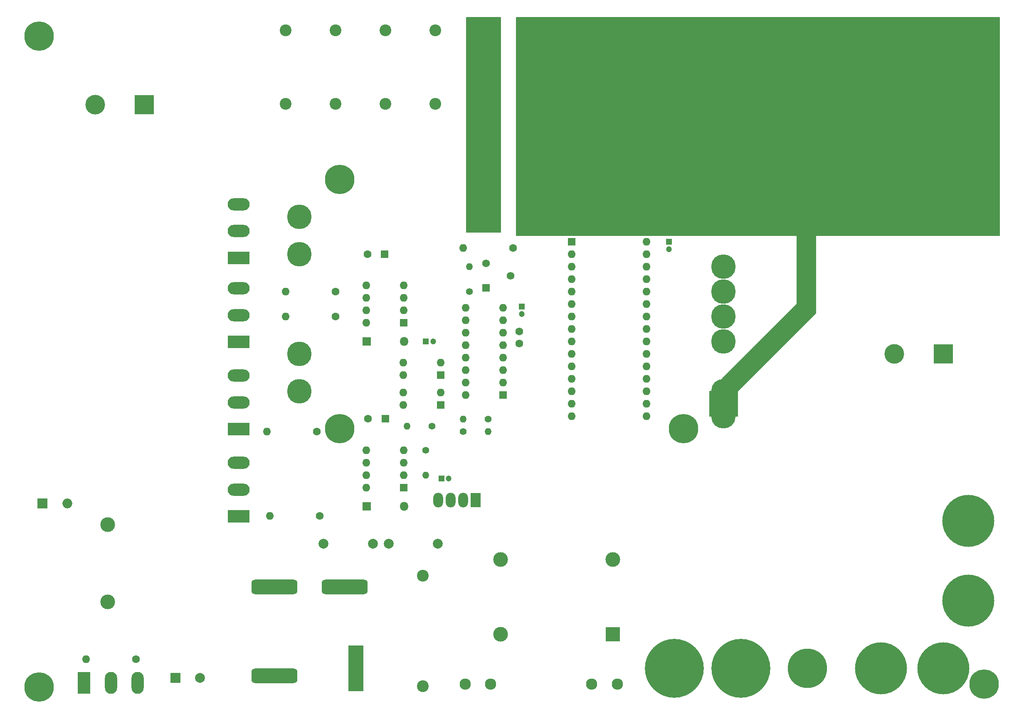
<source format=gbr>
%TF.GenerationSoftware,KiCad,Pcbnew,7.0.2*%
%TF.CreationDate,2023-08-05T13:01:47+02:00*%
%TF.ProjectId,supersmymps v2,73757065-7273-46d7-996d-70732076322e,rev?*%
%TF.SameCoordinates,Original*%
%TF.FileFunction,Soldermask,Bot*%
%TF.FilePolarity,Negative*%
%FSLAX46Y46*%
G04 Gerber Fmt 4.6, Leading zero omitted, Abs format (unit mm)*
G04 Created by KiCad (PCBNEW 7.0.2) date 2023-08-05 13:01:47*
%MOMM*%
%LPD*%
G01*
G04 APERTURE LIST*
G04 Aperture macros list*
%AMRoundRect*
0 Rectangle with rounded corners*
0 $1 Rounding radius*
0 $2 $3 $4 $5 $6 $7 $8 $9 X,Y pos of 4 corners*
0 Add a 4 corners polygon primitive as box body*
4,1,4,$2,$3,$4,$5,$6,$7,$8,$9,$2,$3,0*
0 Add four circle primitives for the rounded corners*
1,1,$1+$1,$2,$3*
1,1,$1+$1,$4,$5*
1,1,$1+$1,$6,$7*
1,1,$1+$1,$8,$9*
0 Add four rect primitives between the rounded corners*
20,1,$1+$1,$2,$3,$4,$5,0*
20,1,$1+$1,$4,$5,$6,$7,0*
20,1,$1+$1,$6,$7,$8,$9,0*
20,1,$1+$1,$8,$9,$2,$3,0*%
G04 Aperture macros list end*
%ADD10C,0.150000*%
%ADD11R,4.000000X4.000000*%
%ADD12C,4.000000*%
%ADD13C,5.000000*%
%ADD14C,1.400000*%
%ADD15O,1.400000X1.400000*%
%ADD16C,0.800000*%
%ADD17C,6.000000*%
%ADD18R,2.500000X4.500000*%
%ADD19O,2.500000X4.500000*%
%ADD20C,1.600000*%
%ADD21O,1.600000X1.600000*%
%ADD22C,2.300000*%
%ADD23C,2.400000*%
%ADD24C,12.000000*%
%ADD25R,4.500000X2.500000*%
%ADD26O,4.500000X2.500000*%
%ADD27C,8.000000*%
%ADD28R,1.200000X1.200000*%
%ADD29C,1.200000*%
%ADD30R,1.600000X1.600000*%
%ADD31C,10.600000*%
%ADD32R,1.560000X1.560000*%
%ADD33C,1.560000*%
%ADD34R,3.000000X3.000000*%
%ADD35C,3.000000*%
%ADD36R,2.000000X2.000000*%
%ADD37C,2.000000*%
%ADD38R,1.800000X1.800000*%
%ADD39O,1.800000X1.800000*%
%ADD40O,2.000000X2.000000*%
%ADD41R,3.010000X9.360000*%
%ADD42RoundRect,0.752500X3.927500X0.752500X-3.927500X0.752500X-3.927500X-0.752500X3.927500X-0.752500X0*%
%ADD43R,2.000000X3.000000*%
%ADD44O,2.000000X3.000000*%
G04 APERTURE END LIST*
D10*
X120965000Y-20000000D02*
X219390000Y-20000000D01*
X219390000Y-64450000D01*
X120965000Y-64450000D01*
X120965000Y-20000000D01*
G36*
X120965000Y-20000000D02*
G01*
X219390000Y-20000000D01*
X219390000Y-64450000D01*
X120965000Y-64450000D01*
X120965000Y-20000000D01*
G37*
X181925000Y-80325000D02*
X165415000Y-96835000D01*
X162875000Y-93660000D01*
X178115000Y-78420000D01*
X178115000Y-64450000D01*
X181925000Y-64450000D01*
X181925000Y-80325000D01*
G36*
X181925000Y-80325000D02*
G01*
X165415000Y-96835000D01*
X162875000Y-93660000D01*
X178115000Y-78420000D01*
X178115000Y-64450000D01*
X181925000Y-64450000D01*
X181925000Y-80325000D01*
G37*
X160335000Y-96200000D02*
X166050000Y-96200000D01*
X166050000Y-101280000D01*
X160335000Y-101280000D01*
X160335000Y-96200000D01*
G36*
X160335000Y-96200000D02*
G01*
X166050000Y-96200000D01*
X166050000Y-101280000D01*
X160335000Y-101280000D01*
X160335000Y-96200000D01*
G37*
X110805000Y-20000000D02*
X117790000Y-20000000D01*
X117790000Y-63815000D01*
X110805000Y-63815000D01*
X110805000Y-20000000D01*
G36*
X110805000Y-20000000D02*
G01*
X117790000Y-20000000D01*
X117790000Y-63815000D01*
X110805000Y-63815000D01*
X110805000Y-20000000D01*
G37*
D11*
%TO.C,C8*%
X45240000Y-37780000D03*
D12*
X35240000Y-37780000D03*
%TD*%
D13*
%TO.C,L2*%
X169580000Y-61910000D03*
X185380000Y-61910000D03*
%TD*%
D14*
%TO.C,R4*%
X110170000Y-104455000D03*
D15*
X115250000Y-104455000D03*
%TD*%
D16*
%TO.C,REF\u002A\u002A*%
X213965000Y-155890000D03*
X214624010Y-154299010D03*
X214624010Y-157480990D03*
X216215000Y-153640000D03*
D17*
X216215000Y-155890000D03*
D16*
X216215000Y-158140000D03*
X217805990Y-154299010D03*
X217805990Y-157480990D03*
X218465000Y-155890000D03*
%TD*%
D14*
%TO.C,R6*%
X102550000Y-108265000D03*
D15*
X102550000Y-113345000D03*
%TD*%
D14*
%TO.C,R5*%
X111440000Y-75880000D03*
D15*
X111440000Y-70800000D03*
%TD*%
D18*
%TO.C,D6*%
X196530000Y-36510000D03*
D19*
X201980000Y-36510000D03*
X207430000Y-36510000D03*
%TD*%
D20*
%TO.C,R11*%
X80960000Y-121600000D03*
D21*
X70800000Y-121600000D03*
%TD*%
D20*
%TO.C,C5*%
X121600000Y-86508000D03*
X121600000Y-84008000D03*
%TD*%
D22*
%TO.C,F1*%
X141545000Y-155890000D03*
X136345000Y-155890000D03*
X115745000Y-155890000D03*
X110545000Y-155890000D03*
%TD*%
D16*
%TO.C,REF\u002A\u002A*%
X213965000Y-23810000D03*
X214624010Y-22219010D03*
X214624010Y-25400990D03*
X216215000Y-21560000D03*
D17*
X216215000Y-23810000D03*
D16*
X216215000Y-26060000D03*
X217805990Y-22219010D03*
X217805990Y-25400990D03*
X218465000Y-23810000D03*
%TD*%
D23*
%TO.C,C16*%
X73975000Y-22660000D03*
X73975000Y-37660000D03*
%TD*%
D24*
%TO.C,H2*%
X166685000Y-152715000D03*
%TD*%
D25*
%TO.C,Q3*%
X64450000Y-86145000D03*
D26*
X64450000Y-80695000D03*
X64450000Y-75245000D03*
%TD*%
D27*
%TO.C,H3*%
X180235000Y-152715000D03*
%TD*%
D28*
%TO.C,C10*%
X105725000Y-113980000D03*
D29*
X107225000Y-113980000D03*
%TD*%
D28*
%TO.C,C1*%
X122108000Y-78952000D03*
D29*
X122108000Y-80452000D03*
%TD*%
D30*
%TO.C,U5*%
X98095000Y-82220000D03*
D21*
X98095000Y-79680000D03*
X98095000Y-77140000D03*
X98095000Y-74600000D03*
X90475000Y-74600000D03*
X90475000Y-77140000D03*
X90475000Y-79680000D03*
X90475000Y-82220000D03*
%TD*%
D25*
%TO.C,Q4*%
X64450000Y-103925000D03*
D26*
X64450000Y-98475000D03*
X64450000Y-93025000D03*
%TD*%
D20*
%TO.C,R3*%
X43495000Y-150810000D03*
D21*
X33335000Y-150810000D03*
%TD*%
D30*
%TO.C,C12*%
X94296651Y-101788000D03*
D20*
X90796651Y-101788000D03*
%TD*%
D11*
%TO.C,C17*%
X197960000Y-58100000D03*
D12*
X207960000Y-58100000D03*
%TD*%
D20*
%TO.C,R10*%
X80325000Y-104455000D03*
D21*
X70165000Y-104455000D03*
%TD*%
D11*
%TO.C,C18*%
X207960000Y-88580000D03*
D12*
X197960000Y-88580000D03*
%TD*%
D30*
%TO.C,A1*%
X132278000Y-65720000D03*
D21*
X132278000Y-68260000D03*
X132278000Y-70800000D03*
X132278000Y-73340000D03*
X132278000Y-75880000D03*
X132278000Y-78420000D03*
X132278000Y-80960000D03*
X132278000Y-83500000D03*
X132278000Y-86040000D03*
X132278000Y-88580000D03*
X132278000Y-91120000D03*
X132278000Y-93660000D03*
X132278000Y-96200000D03*
X132278000Y-98740000D03*
X132278000Y-101280000D03*
X147518000Y-101280000D03*
X147518000Y-98740000D03*
X147518000Y-96200000D03*
X147518000Y-93660000D03*
X147518000Y-91120000D03*
X147518000Y-88580000D03*
X147518000Y-86040000D03*
X147518000Y-83500000D03*
X147518000Y-80960000D03*
X147518000Y-78420000D03*
X147518000Y-75880000D03*
X147518000Y-73340000D03*
X147518000Y-70800000D03*
X147518000Y-68260000D03*
X147518000Y-65720000D03*
%TD*%
D30*
%TO.C,U4*%
X105588000Y-92903000D03*
D21*
X105588000Y-90363000D03*
X97968000Y-90363000D03*
X97968000Y-92903000D03*
%TD*%
D24*
%TO.C,H1*%
X153135000Y-152715000D03*
%TD*%
D31*
%TO.C,H7*%
X213040000Y-138872000D03*
%TD*%
D14*
%TO.C,R7*%
X103820000Y-103312000D03*
D15*
X98740000Y-103312000D03*
%TD*%
D25*
%TO.C,Q5*%
X64450000Y-121705000D03*
D26*
X64450000Y-116255000D03*
X64450000Y-110805000D03*
%TD*%
D20*
%TO.C,R1*%
X120330000Y-66990000D03*
D21*
X110170000Y-66990000D03*
%TD*%
D32*
%TO.C,RV1*%
X114788000Y-75165000D03*
D33*
X119788000Y-72665000D03*
X114788000Y-70165000D03*
%TD*%
D14*
%TO.C,R2*%
X115250000Y-101915000D03*
D15*
X110170000Y-101915000D03*
%TD*%
D23*
%TO.C,C13*%
X104455000Y-22660000D03*
X104455000Y-37660000D03*
%TD*%
D31*
%TO.C,H6*%
X213040000Y-122616000D03*
%TD*%
D28*
%TO.C,C7*%
X152080000Y-65720000D03*
D29*
X152080000Y-67220000D03*
%TD*%
D18*
%TO.C,Q1*%
X32976000Y-155636000D03*
D19*
X38426000Y-155636000D03*
X43876000Y-155636000D03*
%TD*%
D34*
%TO.C,FL1*%
X140650000Y-145730000D03*
D35*
X140650000Y-130490000D03*
X117790000Y-130490000D03*
X117790000Y-145730000D03*
%TD*%
D36*
%TO.C,C6*%
X51576000Y-154620000D03*
D37*
X56576000Y-154620000D03*
%TD*%
D30*
%TO.C,U2*%
X118288000Y-96947000D03*
D21*
X118288000Y-94407000D03*
X118288000Y-91867000D03*
X118288000Y-89327000D03*
X118288000Y-86787000D03*
X118288000Y-84247000D03*
X118288000Y-81707000D03*
X118288000Y-79167000D03*
X110668000Y-79167000D03*
X110668000Y-81707000D03*
X110668000Y-84247000D03*
X110668000Y-86787000D03*
X110668000Y-89327000D03*
X110668000Y-91867000D03*
X110668000Y-94407000D03*
X110668000Y-96947000D03*
%TD*%
D20*
%TO.C,R9*%
X84135000Y-80960000D03*
D21*
X73975000Y-80960000D03*
%TD*%
D38*
%TO.C,D4*%
X90485000Y-119695000D03*
D39*
X98105000Y-119695000D03*
%TD*%
D30*
%TO.C,U3*%
X105588000Y-98999000D03*
D21*
X105588000Y-96459000D03*
X97968000Y-96459000D03*
X97968000Y-98999000D03*
%TD*%
D30*
%TO.C,C11*%
X94168000Y-68260000D03*
D20*
X90668000Y-68260000D03*
%TD*%
D37*
%TO.C,C3*%
X105010000Y-127315000D03*
X95010000Y-127315000D03*
%TD*%
%TO.C,C4*%
X81755000Y-127315000D03*
X91755000Y-127315000D03*
%TD*%
D30*
%TO.C,U6*%
X98095000Y-115875000D03*
D21*
X98095000Y-113335000D03*
X98095000Y-110795000D03*
X98095000Y-108255000D03*
X90475000Y-108255000D03*
X90475000Y-110795000D03*
X90475000Y-113335000D03*
X90475000Y-115875000D03*
%TD*%
D23*
%TO.C,C2*%
X101915000Y-156345000D03*
X101915000Y-133845000D03*
%TD*%
%TO.C,C15*%
X84135000Y-22660000D03*
X84135000Y-37660000D03*
%TD*%
D36*
%TO.C,D2*%
X24445000Y-119060000D03*
D40*
X29525000Y-119060000D03*
%TD*%
D31*
%TO.C,H4*%
X207960000Y-152715000D03*
%TD*%
D20*
%TO.C,R8*%
X84135000Y-75880000D03*
D21*
X73975000Y-75880000D03*
%TD*%
D23*
%TO.C,C14*%
X94295000Y-22660000D03*
X94295000Y-37660000D03*
%TD*%
D38*
%TO.C,D3*%
X90485000Y-86040000D03*
D39*
X98105000Y-86040000D03*
%TD*%
D16*
%TO.C,REF\u002A\u002A*%
X21560000Y-23810000D03*
X22219010Y-22219010D03*
X22219010Y-25400990D03*
X23810000Y-21560000D03*
D17*
X23810000Y-23810000D03*
D16*
X23810000Y-26060000D03*
X25400990Y-22219010D03*
X25400990Y-25400990D03*
X26060000Y-23810000D03*
%TD*%
D31*
%TO.C,H5*%
X195260000Y-152715000D03*
%TD*%
D17*
%TO.C,T1*%
X85000000Y-53020000D03*
X85000000Y-103820000D03*
X155000000Y-53020000D03*
X155000000Y-103820000D03*
D13*
X76820000Y-60640000D03*
X76820000Y-68260000D03*
X76820000Y-88580000D03*
X76820000Y-96200000D03*
X163180000Y-55560000D03*
X163180000Y-60640000D03*
X163180000Y-70800000D03*
X163180000Y-75880000D03*
X163180000Y-80960000D03*
X163180000Y-86040000D03*
X163180000Y-96200000D03*
X163180000Y-101280000D03*
%TD*%
D35*
%TO.C,L1*%
X37780000Y-123352000D03*
X37780000Y-139152000D03*
%TD*%
D16*
%TO.C,REF\u002A\u002A*%
X21560000Y-156525000D03*
X22219010Y-154934010D03*
X22219010Y-158115990D03*
X23810000Y-154275000D03*
D17*
X23810000Y-156525000D03*
D16*
X23810000Y-158775000D03*
X25400990Y-154934010D03*
X25400990Y-158115990D03*
X26060000Y-156525000D03*
%TD*%
D41*
%TO.C,D1*%
X88340000Y-152715000D03*
D42*
X71740000Y-154215000D03*
X71740000Y-136115000D03*
X86040000Y-136115000D03*
%TD*%
D28*
%TO.C,C9*%
X102550000Y-86040000D03*
D29*
X104050000Y-86040000D03*
%TD*%
D18*
%TO.C,D5*%
X125410000Y-36510000D03*
D19*
X130860000Y-36510000D03*
X136310000Y-36510000D03*
%TD*%
D25*
%TO.C,Q2*%
X64450000Y-69000000D03*
D26*
X64450000Y-63550000D03*
X64450000Y-58100000D03*
%TD*%
D18*
%TO.C,D7*%
X143190000Y-36510000D03*
D19*
X148640000Y-36510000D03*
X154090000Y-36510000D03*
%TD*%
D18*
%TO.C,D8*%
X178750000Y-36510000D03*
D19*
X184200000Y-36510000D03*
X189650000Y-36510000D03*
%TD*%
D16*
%TO.C,REF\u002A\u002A*%
X112075000Y-60005000D03*
X112734010Y-58414010D03*
X112734010Y-61595990D03*
X114325000Y-57755000D03*
D17*
X114325000Y-60005000D03*
D16*
X114325000Y-62255000D03*
X115915990Y-58414010D03*
X115915990Y-61595990D03*
X116575000Y-60005000D03*
%TD*%
D18*
%TO.C,D9*%
X160970000Y-36510000D03*
D19*
X166420000Y-36510000D03*
X171870000Y-36510000D03*
%TD*%
D43*
%TO.C,U1*%
X112710000Y-118425000D03*
D44*
X110170000Y-118425000D03*
X107630000Y-118425000D03*
X105090000Y-118425000D03*
%TD*%
M02*

</source>
